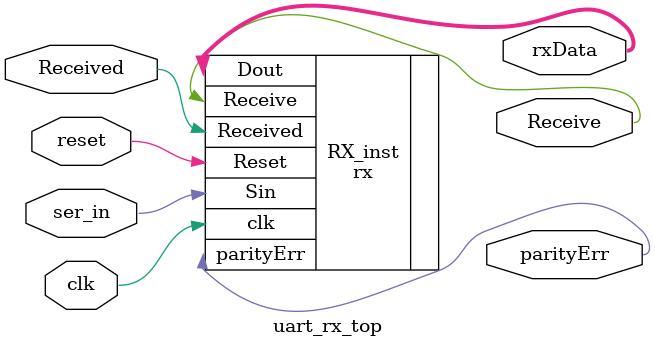
<source format=sv>
`timescale 1ns / 1ps

`default_nettype none

module uart_rx_top(
        input wire logic clk, reset, ser_in, Received,
        output logic Receive, parityErr,
        output logic [7:0] rxData);
        
        rx RX_inst(.clk(clk), .Reset(reset), .Sin(ser_in), .Received(Received), .Receive(Receive), .parityErr(parityErr), .Dout(rxData));
endmodule

</source>
